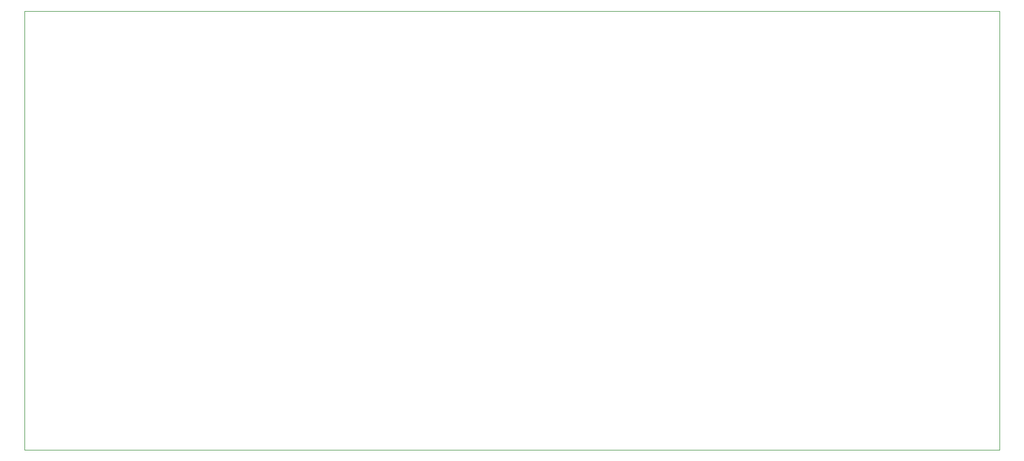
<source format=gm1>
%TF.GenerationSoftware,KiCad,Pcbnew,9.0.7-9.0.7~ubuntu24.04.1*%
%TF.CreationDate,2026-02-15T23:13:22-05:00*%
%TF.ProjectId,plantPartner_PCB1.0,706c616e-7450-4617-9274-6e65725f5043,rev?*%
%TF.SameCoordinates,Original*%
%TF.FileFunction,Profile,NP*%
%FSLAX46Y46*%
G04 Gerber Fmt 4.6, Leading zero omitted, Abs format (unit mm)*
G04 Created by KiCad (PCBNEW 9.0.7-9.0.7~ubuntu24.04.1) date 2026-02-15 23:13:22*
%MOMM*%
%LPD*%
G01*
G04 APERTURE LIST*
%TA.AperFunction,Profile*%
%ADD10C,0.050000*%
%TD*%
G04 APERTURE END LIST*
D10*
X63200000Y-51800000D02*
X211500000Y-51800000D01*
X211500000Y-118600000D01*
X63200000Y-118600000D01*
X63200000Y-51800000D01*
M02*

</source>
